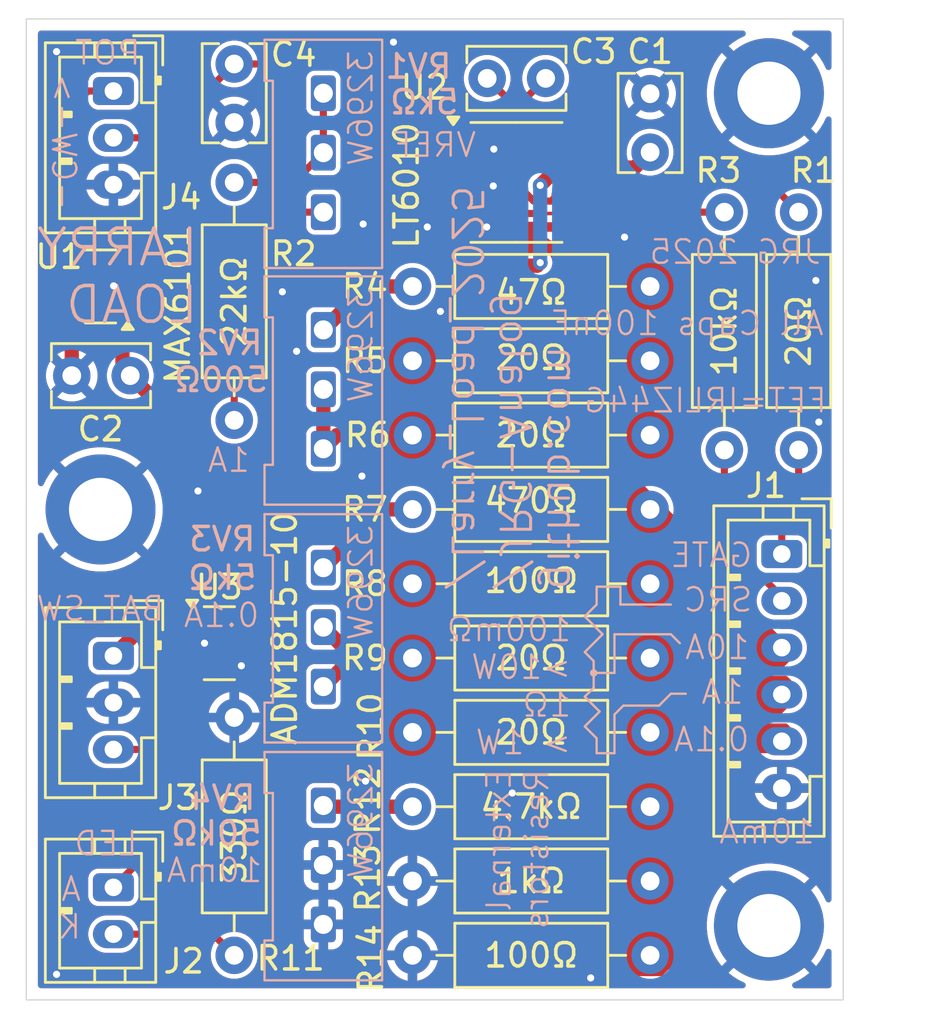
<source format=kicad_pcb>
(kicad_pcb (version 20241229) (generator "pcbnew") (generator_version "9.0")
  (layers (0 "F.Cu" signal) (2 "B.Cu" signal) (13 "F.Paste" user) (15 "B.Paste" user) (5 "F.SilkS" user "F.Silkscreen") (7 "B.SilkS" user "B.Silkscreen") (1 "F.Mask" user) (3 "B.Mask" user) (25 "Edge.Cuts" user))
  (net 0 "")
  (net 1 "GND")
  (net 2 "VCC")
  (net 3 "Net-(R2-Pad2)")
  (net 4 "Net-(U2--)")
  (net 5 "Net-(C3-Pad1)")
  (net 6 "Net-(J1-Pin_1)")
  (net 7 "Net-(J1-Pin_4)")
  (net 8 "Net-(J1-Pin_2)")
  (net 9 "Net-(J1-Pin_3)")
  (net 10 "Net-(J1-Pin_5)")
  (net 11 "Net-(U1-OUT)")
  (net 12 "Net-(R4-Pad2)")
  (net 13 "Net-(R7-Pad2)")
  (net 14 "Net-(R12-Pad2)")
  (net 16 "Net-(J4-Pin_2)")
  (net 17 "Net-(J2-Pin_1)")
  (net 18 "Net-(J2-Pin_2)")
  (net 19 "Net-(J3-Pin_3)")
  (net 20 "Net-(J4-Pin_1)")
  (footprint "Resistor_THT:R_Axial_DIN0207_L6.3mm_D2.5mm_P10.16mm_Horizontal" (layer "F.Cu") (at 90.17 76.835 180)
    (property "Reference" "R8" (at 12.192 0 0) (layer "F.SilkS"))
    (property "Value" "100Ω" (at 5.08 0.127 0) (layer "F.SilkS"))
    (pad "1" thru_hole circle (at 0 0 180) (size 1.6 1.6) (drill 0.8) (layers "*.Cu" "*.Mask") (net 7 "Net-(J1-Pin_4)"))
    (pad "2" thru_hole oval (at 10.16 0 180) (size 1.6 1.6) (drill 0.8) (layers "*.Cu" "*.Mask") (net 10 "Net-(J1-Pin_5)"))
  )
  (footprint "Resistor_THT:R_Axial_DIN0207_L6.3mm_D2.5mm_P10.16mm_Horizontal" (layer "F.Cu") (at 90.17 73.66 180)
    (property "Reference" "R7" (at 12.192 0 0) (layer "F.SilkS"))
    (property "Value" "470Ω" (at 5.08 0.381 0) (layer "F.SilkS"))
    (pad "1" thru_hole circle (at 0 0 180) (size 1.6 1.6) (drill 0.8) (layers "*.Cu" "*.Mask") (net 7 "Net-(J1-Pin_4)"))
    (pad "2" thru_hole oval (at 10.16 0 180) (size 1.6 1.6) (drill 0.8) (layers "*.Cu" "*.Mask") (net 13 "Net-(R7-Pad2)"))
  )
  (footprint "Connector_JST:JST_PH_B3B-PH-K_1x03_P2.00mm_Vertical" (layer "F.Cu") (at 67.225 55.785 -90)
    (property "Reference" "J4" (at 4.54 -2.9 180) (layer "F.SilkS"))
    (property "Value" "Conn_01x03")
    (pad "1" thru_hole roundrect (at 0 0 270) (size 1.2 1.75) (drill 0.75) (layers "*.Cu" "*.Mask") (roundrect_rratio 0.208333) (net 20 "Net-(J4-Pin_1)"))
    (pad "2" thru_hole oval (at 2 0 270) (size 1.2 1.75) (drill 0.75) (layers "*.Cu" "*.Mask") (net 16 "Net-(J4-Pin_2)"))
    (pad "3" thru_hole oval (at 4 0 270) (size 1.2 1.75) (drill 0.75) (layers "*.Cu" "*.Mask") (net 1 "GND"))
  )
  (footprint "Package_SO:SOIC-8_3.9x4.9mm_P1.27mm" (layer "F.Cu") (at 84.455 59.69)
    (property "Reference" "U2" (at -3.937 -4.064 0) (layer "F.SilkS"))
    (property "Value" "LT6010" (at -4.699 0.127 90) (layer "F.SilkS"))
    (pad "1" smd roundrect (at -2.475 -1.905) (size 1.95 0.6) (layers "F.Cu" "F.Mask" "F.Paste"))
    (pad "2" smd roundrect (at -2.475 -0.635) (size 1.95 0.6) (layers "F.Cu" "F.Mask" "F.Paste") (net 4 "Net-(U2--)"))
    (pad "3" smd roundrect (at -2.475 0.635) (size 1.95 0.6) (layers "F.Cu" "F.Mask" "F.Paste") (net 16 "Net-(J4-Pin_2)"))
    (pad "4" smd roundrect (at -2.475 1.905) (size 1.95 0.6) (layers "F.Cu" "F.Mask" "F.Paste") (net 1 "GND"))
    (pad "5" smd roundrect (at 2.475 1.905) (size 1.95 0.6) (layers "F.Cu" "F.Mask" "F.Paste") (net 1 "GND"))
    (pad "6" smd roundrect (at 2.475 0.635) (size 1.95 0.6) (layers "F.Cu" "F.Mask" "F.Paste") (net 5 "Net-(C3-Pad1)"))
    (pad "7" smd roundrect (at 2.475 -0.635) (size 1.95 0.6) (layers "F.Cu" "F.Mask" "F.Paste") (net 2 "VCC"))
    (pad "8" smd roundrect (at 2.475 -1.905) (size 1.95 0.6) (layers "F.Cu" "F.Mask" "F.Paste"))
  )
  (footprint "Resistor_THT:R_Axial_DIN0207_L6.3mm_D2.5mm_P10.16mm_Horizontal" (layer "F.Cu") (at 72.39 92.71 90)
    (property "Reference" "R11" (at -0.127 2.413 180) (layer "F.SilkS"))
    (property "Value" "330Ω" (at 5.08 0 90) (layer "F.SilkS"))
    (pad "1" thru_hole circle (at 0 0 90) (size 1.6 1.6) (drill 0.8) (layers "*.Cu" "*.Mask") (net 18 "Net-(J2-Pin_2)"))
    (pad "2" thru_hole oval (at 10.16 0 90) (size 1.6 1.6) (drill 0.8) (layers "*.Cu" "*.Mask") (net 1 "GND"))
  )
  (footprint "Connector_JST:JST_PH_B3B-PH-K_1x03_P2.00mm_Vertical" (layer "F.Cu") (at 67.225 79.915 -90)
    (property "Reference" "J3" (at 6.064 -2.752 180) (layer "F.SilkS"))
    (property "Value" "Conn_01x03")
    (pad "1" thru_hole roundrect (at 0 0 270) (size 1.2 1.75) (drill 0.75) (layers "*.Cu" "*.Mask") (roundrect_rratio 0.208333) (net 2 "VCC"))
    (pad "2" thru_hole oval (at 2 0 270) (size 1.2 1.75) (drill 0.75) (layers "*.Cu" "*.Mask") (net 1 "GND"))
    (pad "3" thru_hole oval (at 4 0 270) (size 1.2 1.75) (drill 0.75) (layers "*.Cu" "*.Mask") (net 19 "Net-(J3-Pin_3)"))
  )
  (footprint "Package_TO_SOT_SMD:SOT-23" (layer "F.Cu") (at 66.675 64.135 180)
    (property "Reference" "U1" (at 1.778 1.27 0) (layer "F.SilkS"))
    (property "Value" "MAX6101" (at -3.302 -0.762 270) (layer "F.SilkS"))
    (pad "1" smd roundrect (at -0.9375 -0.95 180) (size 1.475 0.6) (layers "F.Cu" "F.Mask" "F.Paste") (net 2 "VCC"))
    (pad "2" smd roundrect (at -0.9375 0.95 180) (size 1.475 0.6) (layers "F.Cu" "F.Mask" "F.Paste") (net 11 "Net-(U1-OUT)"))
    (pad "3" smd roundrect (at 0.9375 0 180) (size 1.475 0.6) (layers "F.Cu" "F.Mask" "F.Paste") (net 1 "GND"))
  )
  (footprint "Resistor_THT:R_Axial_DIN0207_L6.3mm_D2.5mm_P10.16mm_Horizontal" (layer "F.Cu") (at 93.345 60.96 -90)
    (property "Reference" "R3" (at -1.778 0.254 0) (layer "F.SilkS"))
    (property "Value" "10kΩ" (at 5.08 0 90) (layer "F.SilkS"))
    (pad "1" thru_hole circle (at 0 0 270) (size 1.6 1.6) (drill 0.8) (layers "*.Cu" "*.Mask") (net 4 "Net-(U2--)"))
    (pad "2" thru_hole oval (at 10.16 0 270) (size 1.6 1.6) (drill 0.8) (layers "*.Cu" "*.Mask") (net 8 "Net-(J1-Pin_2)"))
  )
  (footprint "Capacitor_THT:C_Rect_L4.0mm_W2.5mm_P2.50mm" (layer "F.Cu") (at 90.17 58.4 90)
    (property "Reference" "C1" (at 4.298 0 180) (layer "F.SilkS"))
    (property "Value" "0.1µF")
    (pad "1" thru_hole circle (at 0 0 90) (size 1.6 1.6) (drill 0.8) (layers "*.Cu" "*.Mask") (net 2 "VCC"))
    (pad "2" thru_hole circle (at 2.5 0 90) (size 1.6 1.6) (drill 0.8) (layers "*.Cu" "*.Mask") (net 1 "GND"))
  )
  (footprint "MountingHole:MountingHole_2.7mm_M2.5_DIN965_Pad" (layer "F.Cu") (at 66.675 73.66)
    (property "Reference" "H1" (hide yes))
    (property "Value" "MountingHole_Pad" (hide yes))
    (pad "1" thru_hole circle (at 0 0) (size 4.7 4.7) (drill 2.7) (layers "*.Cu" "*.Mask") (net 1 "GND"))
  )
  (footprint "Resistor_THT:R_Axial_DIN0207_L6.3mm_D2.5mm_P10.16mm_Horizontal" (layer "F.Cu") (at 90.17 70.485 180)
    (property "Reference" "R6" (at 12.065 0 0) (layer "F.SilkS"))
    (property "Value" "20Ω" (at 5.08 0 0) (layer "F.SilkS"))
    (pad "1" thru_hole circle (at 0 0 180) (size 1.6 1.6) (drill 0.8) (layers "*.Cu" "*.Mask") (net 9 "Net-(J1-Pin_3)"))
    (pad "2" thru_hole oval (at 10.16 0 180) (size 1.6 1.6) (drill 0.8) (layers "*.Cu" "*.Mask") (net 7 "Net-(J1-Pin_4)"))
  )
  (footprint "Connector_JST:JST_PH_B6B-PH-K_1x06_P2.00mm_Vertical" (layer "F.Cu") (at 95.8 75.565 -90)
    (property "Reference" "J1" (at -2.921 0.677 180) (layer "F.SilkS"))
    (property "Value" "Conn_01x06")
    (pad "1" thru_hole roundrect (at 0 0 270) (size 1.2 1.75) (drill 0.75) (layers "*.Cu" "*.Mask") (roundrect_rratio 0.208333) (net 6 "Net-(J1-Pin_1)"))
    (pad "2" thru_hole oval (at 2 0 270) (size 1.2 1.75) (drill 0.75) (layers "*.Cu" "*.Mask") (net 8 "Net-(J1-Pin_2)"))
    (pad "3" thru_hole oval (at 4 0 270) (size 1.2 1.75) (drill 0.75) (layers "*.Cu" "*.Mask") (net 9 "Net-(J1-Pin_3)"))
    (pad "4" thru_hole oval (at 6 0 270) (size 1.2 1.75) (drill 0.75) (layers "*.Cu" "*.Mask") (net 7 "Net-(J1-Pin_4)"))
    (pad "5" thru_hole oval (at 8 0 270) (size 1.2 1.75) (drill 0.75) (layers "*.Cu" "*.Mask") (net 10 "Net-(J1-Pin_5)"))
    (pad "6" thru_hole oval (at 10 0 270) (size 1.2 1.75) (drill 0.75) (layers "*.Cu" "*.Mask") (net 1 "GND"))
  )
  (footprint "MountingHole:MountingHole_2.7mm_M2.5_DIN965_Pad" (layer "F.Cu") (at 95.25 55.88)
    (property "Reference" "H3" (hide yes))
    (property "Value" "MountingHole_Pad")
    (pad "1" thru_hole circle (at 0 0) (size 4.7 4.7) (drill 2.7) (layers "*.Cu" "*.Mask") (net 1 "GND"))
  )
  (footprint "Resistor_THT:R_Axial_DIN0207_L6.3mm_D2.5mm_P10.16mm_Horizontal" (layer "F.Cu") (at 90.17 89.535 180)
    (property "Reference" "R13" (at 12.065 0.127 90) (layer "F.SilkS"))
    (property "Value" "1kΩ" (at 5.08 0 0) (layer "F.SilkS"))
    (pad "1" thru_hole circle (at 0 0 180) (size 1.6 1.6) (drill 0.8) (layers "*.Cu" "*.Mask") (net 10 "Net-(J1-Pin_5)"))
    (pad "2" thru_hole oval (at 10.16 0 180) (size 1.6 1.6) (drill 0.8) (layers "*.Cu" "*.Mask") (net 1 "GND"))
  )
  (footprint "Resistor_THT:R_Axial_DIN0207_L6.3mm_D2.5mm_P10.16mm_Horizontal" (layer "F.Cu") (at 90.17 83.185 180)
    (property "Reference" "R10" (at 11.938 0.254 90) (layer "F.SilkS"))
    (property "Value" "20Ω" (at 5.08 0 0) (layer "F.SilkS"))
    (pad "1" thru_hole circle (at 0 0 180) (size 1.6 1.6) (drill 0.8) (layers "*.Cu" "*.Mask") (net 7 "Net-(J1-Pin_4)"))
    (pad "2" thru_hole oval (at 10.16 0 180) (size 1.6 1.6) (drill 0.8) (layers "*.Cu" "*.Mask") (net 10 "Net-(J1-Pin_5)"))
  )
  (footprint "Resistor_THT:R_Axial_DIN0207_L6.3mm_D2.5mm_P10.16mm_Horizontal" (layer "F.Cu") (at 90.17 64.135 180)
    (property "Reference" "R4" (at 12.192 0 0) (layer "F.SilkS"))
    (property "Value" "47Ω" (at 5.08 -0.254 0) (layer "F.SilkS"))
    (pad "1" thru_hole circle (at 0 0 180) (size 1.6 1.6) (drill 0.8) (layers "*.Cu" "*.Mask") (net 9 "Net-(J1-Pin_3)"))
    (pad "2" thru_hole oval (at 10.16 0 180) (size 1.6 1.6) (drill 0.8) (layers "*.Cu" "*.Mask") (net 12 "Net-(R4-Pad2)"))
  )
  (footprint "Resistor_THT:R_Axial_DIN0207_L6.3mm_D2.5mm_P10.16mm_Horizontal" (layer "F.Cu") (at 90.17 80.01 180)
    (property "Reference" "R9" (at 12.192 0 180) (layer "F.SilkS"))
    (property "Value" "20Ω" (at 5.08 0 0) (layer "F.SilkS"))
    (pad "1" thru_hole circle (at 0 0 180) (size 1.6 1.6) (drill 0.8) (layers "*.Cu" "*.Mask") (net 7 "Net-(J1-Pin_4)"))
    (pad "2" thru_hole oval (at 10.16 0 180) (size 1.6 1.6) (drill 0.8) (layers "*.Cu" "*.Mask") (net 10 "Net-(J1-Pin_5)"))
  )
  (footprint "Resistor_THT:R_Axial_DIN0207_L6.3mm_D2.5mm_P10.16mm_Horizontal" (layer "F.Cu") (at 72.39 69.85 90)
    (property "Reference" "R2" (at 7.112 2.54 180) (layer "F.SilkS"))
    (property "Value" "22kΩ" (at 5.08 0 90) (layer "F.SilkS"))
    (pad "1" thru_hole circle (at 0 0 90) (size 1.6 1.6) (drill 0.8) (layers "*.Cu" "*.Mask") (net 11 "Net-(U1-OUT)"))
    (pad "2" thru_hole oval (at 10.16 0 90) (size 1.6 1.6) (drill 0.8) (layers "*.Cu" "*.Mask") (net 3 "Net-(R2-Pad2)"))
  )
  (footprint "Connector_JST:JST_PH_B2B-PH-K_1x02_P2.00mm_Vertical" (layer "F.Cu") (at 67.225 89.805 -90)
    (property "Reference" "J2" (at 3.159 -3.006 180) (layer "F.SilkS"))
    (property "Value" "Conn_01x02")
    (pad "1" thru_hole roundrect (at 0 0 270) (size 1.2 1.75) (drill 0.75) (layers "*.Cu" "*.Mask") (roundrect_rratio 0.208333) (net 17 "Net-(J2-Pin_1)"))
    (pad "2" thru_hole oval (at 2 0 270) (size 1.2 1.75) (drill 0.75) (layers "*.Cu" "*.Mask") (net 18 "Net-(J2-Pin_2)"))
  )
  (footprint "Resistor_THT:R_Axial_DIN0207_L6.3mm_D2.5mm_P10.16mm_Horizontal" (layer "F.Cu") (at 96.52 60.96 -90)
    (property "Reference" "R1" (at -1.778 -0.635 0) (layer "F.SilkS"))
    (property "Value" "20Ω" (at 5.08 0 90) (layer "F.SilkS"))
    (pad "1" thru_hole circle (at 0 0 270) (size 1.6 1.6) (drill 0.8) (layers "*.Cu" "*.Mask") (net 5 "Net-(C3-Pad1)"))
    (pad "2" thru_hole oval (at 10.16 0 270) (size 1.6 1.6) (drill 0.8) (layers "*.Cu" "*.Mask") (net 6 "Net-(J1-Pin_1)"))
  )
  (footprint "Capacitor_THT:C_Rect_L4.0mm_W2.5mm_P2.50mm" (layer "F.Cu") (at 72.39 54.63 -90)
    (property "Reference" "C4" (at -0.401 -2.54 180) (layer "F.SilkS"))
    (property "Value" "0.1µF")
    (pad "1" thru_hole circle (at 0 0 270) (size 1.6 1.6) (drill 0.8) (layers "*.Cu" "*.Mask") (net 16 "Net-(J4-Pin_2)"))
    (pad "2" thru_hole circle (at 2.5 0 270) (size 1.6 1.6) (drill 0.8) (layers "*.Cu" "*.Mask") (net 1 "GND"))
  )
  (footprint "MountingHole:MountingHole_2.7mm_M2.5_DIN965_Pad" (layer "F.Cu") (at 95.25 91.44)
    (property "Reference" "H2" (hide yes))
    (property "Value" "MountingHole_Pad")
    (pad "1" thru_hole circle (at 0 0) (size 4.7 4.7) (drill 2.7) (layers "*.Cu" "*.Mask") (net 1 "GND"))
  )
  (footprint "Capacitor_THT:C_Rect_L4.0mm_W2.5mm_P2.50mm" (layer "F.Cu") (at 67.945 67.945 180)
    (property "Reference" "C2" (at 1.27 -2.286 0) (layer "F.SilkS"))
    (property "Value" "0.1µF")
    (pad "1" thru_hole circle (at 0 0 180) (size 1.6 1.6) (drill 0.8) (layers "*.Cu" "*.Mask") (net 2 "VCC"))
    (pad "2" thru_hole circle (at 2.5 0 180) (size 1.6 1.6) (drill 0.8) (layers "*.Cu" "*.Mask") (net 1 "GND"))
  )
  (footprint "Capacitor_THT:C_Rect_L4.0mm_W2.5mm_P2.50mm" (layer "F.Cu") (at 85.705 55.245 180)
    (property "Reference" "C3" (at -2.052 1.143 0) (layer "F.SilkS"))
    (property "Value" "0.1µF")
    (pad "1" thru_hole circle (at 0 0 180) (size 1.6 1.6) (drill 0.8) (layers "*.Cu" "*.Mask") (net 5 "Net-(C3-Pad1)"))
    (pad "2" thru_hole circle (at 2.5 0 180) (size 1.6 1.6) (drill 0.8) (layers "*.Cu" "*.Mask") (net 4 "Net-(U2--)"))
  )
  (footprint "Resistor_THT:R_Axial_DIN0207_L6.3mm_D2.5mm_P10.16mm_Horizontal" (layer "F.Cu") (at 90.17 86.36 180)
    (property "Reference" "R12" (at 12.065 0.254 90) (layer "F.SilkS"))
    (property "Value" "4.7kΩ" (at 5.08 0 0) (layer "F.SilkS"))
    (pad "1" thru_hole circle (at 0 0 180) (size 1.6 1.6) (drill 0.8) (layers "*.Cu" "*.Mask") (net 10 "Net-(J1-Pin_5)"))
    (pad "2" thru_hole oval (at 10.16 0 180) (size 1.6 1.6) (drill 0.8) (layers "*.Cu" "*.Mask") (net 14 "Net-(R12-Pad2)"))
  )
  (footprint "Resistor_THT:R_Axial_DIN0207_L6.3mm_D2.5mm_P10.16mm_Horizontal" (layer "F.Cu") (at 90.17 92.71 180)
    (property "Reference" "R14" (at 11.938 -0.127 90) (layer "F.SilkS"))
    (property "Value" "100Ω" (at 5.08 0 0) (layer "F.SilkS"))
    (pad "1" thru_hole circle (at 0 0 180) (size 1.6 1.6) (drill 0.8) (layers "*.Cu" "*.Mask") (net 10 "Net-(J1-Pin_5)"))
    (pad "2" thru_hole oval (at 10.16 0 180) (size 1.6 1.6) (drill 0.8) (layers "*.Cu" "*.Mask") (net 1 "GND"))
  )
  (footprint "Package_TO_SOT_SMD:SOT-23" (layer "F.Cu") (at 71.755 79.375)
    (property "Reference" "U3" (at 0 -2.4 0) (layer "F.SilkS"))
    (property "Value" "ADM1815-10" (at 2.794 -0.635 90) (layer "F.SilkS"))
    (pad "1" smd roundrect (at -0.9375 -0.95) (size 1.475 0.6) (layers "F.Cu" "F.Mask" "F.Paste") (net 19 "Net-(J3-Pin_3)"))
    (pad "2" smd roundrect (at -0.9375 0.95) (size 1.475 0.6) (layers "F.Cu" "F.Mask" "F.Paste") (net 17 "Net-(J2-Pin_1)"))
    (pad "3" smd roundrect (at 0.9375 0) (size 1.475 0.6) (layers "F.Cu" "F.Mask" "F.Paste") (net 1 "GND"))
  )
  (footprint "Resistor_THT:R_Axial_DIN0207_L6.3mm_D2.5mm_P10.16mm_Horizontal" (layer "F.Cu") (at 90.17 67.31 180)
    (property "Reference" "R5" (at 12.192 0 0) (layer "F.SilkS"))
    (property "Value" "20Ω" (at 5.08 0.127 0) (layer "F.SilkS"))
    (pad "1" thru_hole circle (at 0 0 180) (size 1.6 1.6) (drill 0.8) (layers "*.Cu" "*.Mask") (net 9 "Net-(J1-Pin_3)"))
    (pad "2" thru_hole oval (at 10.16 0 180) (size 1.6 1.6) (drill 0.8) (layers "*.Cu" "*.Mask") (net 7 "Net-(J1-Pin_4)"))
  )
  (footprint "AA JG Lib Footprints Library:Potentiometer_Bourns_3296W_Vertical_jg" (layer "B.Cu") (at 76.2 81.2292 -90)
    (property "Reference" "RV3" (at -6.2992 4.318 0) (layer "B.SilkS") (effects (justify mirror)))
    (property "Value" "5kΩ" (at -4.6482 4.318 0) (layer "B.SilkS") (effects (justify mirror)))
    (fp_text user "3296W" (at -6.985 -2.1844 90) (layer "B.SilkS") (effects (font (thickness 0.1)) (justify left bottom mirror)))
    (pad "1" thru_hole roundrect (at 0 0 270) (size 1.524 1.0668) (drill 0.8128) (layers "*.Cu" "*.Mask") (roundrect_rratio 0.1640419948) (net 10 "Net-(J1-Pin_5)"))
    (pad "2" thru_hole roundrect (at -2.54 0 270) (size 1.524 1.0668) (drill 0.8128) (layers "*.Cu" "*.Mask") (roundrect_rratio 0.1640419948) (net 10 "Net-(J1-Pin_5)"))
    (pad "3" thru_hole roundrect (at -5.08 0 270) (size 1.524 1.0668) (drill 0.8128) (layers "*.Cu" "*.Mask") (roundrect_rratio 0.1640419948) (net 13 "Net-(R7-Pad2)"))
  )
  (footprint "AA JG Lib Footprints Library:Potentiometer_Bourns_3296W_Vertical_jg" (layer "B.Cu") (at 76.2 71.0692 -90)
    (property "Reference" "RV2" (at -4.5212 4.0132 0) (layer "B.SilkS") (effects (justify mirror)))
    (property "Value" "500Ω" (at -2.9464 4.3688 0) (layer "B.SilkS") (effects (justify mirror)))
    (fp_text user "3296W" (at -6.985 -2.1844 90) (layer "B.SilkS") (effects (font (thickness 0.1)) (justify left bottom mirror)))
    (pad "1" thru_hole roundrect (at 0 0 270) (size 1.524 1.0668) (drill 0.8128) (layers "*.Cu" "*.Mask") (roundrect_rratio 0.1640419948) (net 7 "Net-(J1-Pin_4)"))
    (pad "2" thru_hole roundrect (at -2.54 0 270) (size 1.524 1.0668) (drill 0.8128) (layers "*.Cu" "*.Mask") (roundrect_rratio 0.1640419948) (net 7 "Net-(J1-Pin_4)"))
    (pad "3" thru_hole roundrect (at -5.08 0 270) (size 1.524 1.0668) (drill 0.8128) (layers "*.Cu" "*.Mask") (roundrect_rratio 0.1640419948) (net 12 "Net-(R4-Pad2)"))
  )
  (footprint "AA JG Lib Footprints Library:Potentiometer_Bourns_3296W_Vertical_jg" (layer "B.Cu") (at 76.2 91.3892 -90)
    (property "Reference" "RV4" (at -5.4102 4.318 0) (layer "B.SilkS") (effects (justify mirror)))
    (property "Value" "50kΩ" (at -3.8862 4.572 0) (layer "B.SilkS") (effects (justify mirror)))
    (fp_text user "3296W" (at -6.985 -2.1844 90) (layer "B.SilkS") (effects (font (thickness 0.1)) (justify left bottom mirror)))
    (pad "1" thru_hole roundrect (at 0 0 270) (size 1.524 1.0668) (drill 0.8128) (layers "*.Cu" "*.Mask") (roundrect_rratio 0.1640419948) (net 1 "GND"))
    (pad "2" thru_hole roundrect (at -2.54 0 270) (size 1.524 1.0668) (drill 0.8128) (layers "*.Cu" "*.Mask") (roundrect_rratio 0.1640419948) (net 1 "GND"))
    (pad "3" thru_hole roundrect (at -5.08 0 270) (size 1.524 1.0668) (drill 0.8128) (layers "*.Cu" "*.Mask") (roundrect_rratio 0.1640419948) (net 14 "Net-(R12-Pad2)"))
  )
  (footprint "AA JG Lib Footprints Library:Potentiometer_Bourns_3296W_Vertical_jg" (layer "B.Cu") (at 76.2 60.96 -90)
    (property "Reference" "RV1" (at -6.223 -4.064 0) (layer "B.SilkS") (effects (justify mirror)))
    (property "Value" "5kΩ" (at -4.699 -4.318 0) (layer "B.SilkS") (effects (justify mirror)))
    (fp_text user "3296W" (at -6.985 -2.1844 90) (layer "B.SilkS") (effects (font (thickness 0.1)) (justify left bottom mirror)))
    (pad "1" thru_hole roundrect (at 0 0 270) (size 1.524 1.0668) (drill 0.8128) (layers "*.Cu" "*.Mask") (roundrect_rratio 0.1640419948) (net 20 "Net-(J4-Pin_1)"))
    (pad "2" thru_hole roundrect (at -2.54 0 270) (size 1.524 1.0668) (drill 0.8128) (layers "*.Cu" "*.Mask") (roundrect_rratio 0.1640419948) (net 3 "Net-(R2-Pad2)"))
    (pad "3" thru_hole roundrect (at -5.08 0 270) (size 1.524 1.0668) (drill 0.8128) (layers "*.Cu" "*.Mask") (roundrect_rratio 0.1640419948) (net 3 "Net-(R2-Pad2)"))
  )
  (gr_line (start 90.551 82.042) (end 91.059 81.534) (stroke (width 0.1)) (layer "B.SilkS"))
  (gr_line (start 91.059 78.994) (end 91.44 79.375) (stroke (width 0.1)) (layer "B.SilkS"))
  (gr_line (start 88.646 78.994) (end 91.059 78.994) (stroke (width 0.1)) (layer "B.SilkS"))
  (gr_line (start 87.884 76.962) (end 87.884 77.724) (stroke (width 0.1)) (layer "B.SilkS"))
  (gr_line (start 87.884 84.074) (end 88.646 84.074) (stroke (width 0.1)) (layer "B.SilkS"))
  (gr_line (start 91.059 77.724) (end 88.9 77.724) (stroke (width 0.1)) (layer "B.SilkS"))
  (gr_line (start 88.138 78.994) (end 87.376 79.756) (stroke (width 0.1)) (layer "B.SilkS"))
  (gr_line (start 88.9 77.724) (end 88.9 76.962) (stroke (width 0.1)) (layer "B.SilkS"))
  (gr_line (start 87.376 81.661) (end 88.011 82.296) (stroke (width 0.1)) (layer "B.SilkS"))
  (gr_line (start 87.757 80.137) (end 87.757 80.645) (stroke (width 0.1)) (layer "B.SilkS"))
  (gr_line (start 87.376 79.756) (end 87.757 80.137) (stroke (width 0.1)) (layer "B.SilkS"))
  (gr_line (start 87.757 80.645) (end 88.646 80.645) (stroke (width 0.1)) (layer "B.SilkS"))
  (gr_line (start 88.9 76.962) (end 87.884 76.962) (stroke (width 0.1)) (layer "B.SilkS"))
  (gr_line (start 91.059 81.534) (end 91.694 81.534) (stroke (width 0.1)) (layer "B.SilkS"))
  (gr_line (start 87.757 81.28) (end 87.376 81.661) (stroke (width 0.1)) (layer "B.SilkS"))
  (gr_line (start 88.646 84.074) (end 88.646 82.423) (stroke (width 0.1)) (layer "B.SilkS"))
  (gr_line (start 89.027 82.042) (end 90.551 82.042) (stroke (width 0.1)) (layer "B.SilkS"))
  (gr_line (start 88.646 80.645) (end 88.646 78.994) (stroke (width 0.1)) (layer "B.SilkS"))
  (gr_line (start 87.757 80.645) (end 87.757 81.28) (stroke (width 0.1)) (layer "B.SilkS"))
  (gr_line (start 87.376 82.931) (end 87.884 83.439) (stroke (width 0.1)) (layer "B.SilkS"))
  (gr_circle (center 87.757 80.645) (end 87.6808 80.7212) (stroke (width 0.1)) (fill yes) (layer "B.SilkS"))
  (gr_line (start 88.011 82.296) (end 87.376 82.931) (stroke (width 0.1)) (layer "B.SilkS"))
  (gr_line (start 87.884 83.439) (end 87.884 84.074) (stroke (width 0.1)) (layer "B.SilkS"))
  (gr_line (start 87.376 78.232) (end 88.138 78.994) (stroke (width 0.1)) (layer "B.SilkS"))
  (gr_line (start 88.646 82.423) (end 89.027 82.042) (stroke (width 0.1)) (layer "B.SilkS"))
  (gr_line (start 87.884 77.724) (end 87.376 78.232) (stroke (width 0.1)) (layer "B.SilkS"))
  (gr_rect (start 63.5 52.705) (end 98.425 94.615) (stroke (width 0.05)) (fill no) (layer "Edge.Cuts"))
  (gr_text "0.1A" (at 73.533 78.7654 0) (layer "B.SilkS") (effects (font (size 1 1) (thickness 0.1)) (justify left bottom mirror)))
  (gr_text "10A" (at 94.488 80.137 0) (layer "B.SilkS") (effects (font (size 1 1) (thickness 0.1)) (justify left bottom mirror)))
  (gr_text "BAT_SW" (at 69.469 78.486 0) (layer "B.SilkS") (effects (font (size 1 1) (thickness 0.1)) (justify left bottom mirror)))
  (gr_text "A\nK" (at 65.913 92.075 0) (layer "B.SilkS") (effects (font (size 1 1) (thickness 0.1)) (justify left bottom mirror)))
  (gr_text "External \nResistors" (at 85.9028 84.6836 90) (layer "B.SilkS") (effects (font (size 1 1) (thickness 0.1)) (justify left bottom mirror)))
  (gr_text "-CW->" (at 64.516 60.96 270) (layer "B.SilkS") (effects (font (size 1 1) (thickness 0.1)) (justify left bottom mirror)))
  (gr_text "VREF" (at 82.804 58.674 0) (layer "B.SilkS") (effects (font (size 1 1) (thickness 0.1)) (justify left bottom mirror)))
  (gr_text "LED" (at 68.326 88.519 0) (layer "B.SilkS") (effects (font (size 1 1) (thickness 0.1)) (justify left bottom mirror)))
  (gr_text "100mΩ \n>10W\n1Ω \n> 1W" (at 86.868 84.201 0) (layer "B.SilkS") (effects (font (size 1 1) (thickness 0.1)) (justify left bottom mirror)))
  (gr_text "FET=IRLIZ44G" (at 97.79 69.596 0) (layer "B.SilkS") (effects (font (size 1 1) (thickness 0.1)) (justify left bottom mirror)))
  (gr_text "1A" (at 73.1266 72.136 0) (layer "B.SilkS") (effects (font (size 1 1) (thickness 0.1)) (justify left bottom mirror)))
  (gr_text "LARRY \nLOAD" (at 70.9422 65.8114 0) (layer "B.SilkS") (effects (font (size 1.524 1.524) (thickness 0.1524)) (justify left bottom mirror)))
  (gr_text "1A" (at 94.234 82.042 0) (layer "B.SilkS") (effects (font (size 1 1) (thickness 0.1)) (justify left bottom mirror)))
  (gr_text "POT" (at 68.453 54.737 0) (layer "B.SilkS") (effects (font (size 1 1) (thickness 0.1)) (justify left bottom mirror)))
  (gr_text "10mA" (at 73.66 89.662 0) (layer "B.SilkS") (effects (font (size 1 1) (thickness 0.1)) (justify left bottom mirror)))
  (gr_text "GATE" (at 94.615 76.2 0) (layer "B.SilkS") (effects (font (size 1 1) (thickness 0.1)) (justify left bottom mirror)))
  (gr_text "All Caps 100nF" (at 97.663 66.294 0) (layer "B.SilkS") (effects (font (size 1 1) (thickness 0.1)) (justify left bottom mirror)))
  (gr_text "0.1A" (at 94.488 84.074 0) (layer "B.SilkS") (effects (font (size 1 1) (thickness 0.1)) (justify left bottom mirror)))
  (gr_text "SRC" (at 94.615 78.105 0) (layer "B.SilkS") (effects (font (size 1 1) (thickness 0.1)) (justify left bottom mirror)))
  (gr_text "github.com\n/JRG-Analog\n/Larry_Load_2025" (at 81.5848 77.1906 270) (layer "B.SilkS") (effects (font (size 1.27 1.27) (thickness 0.127)) (justify left bottom mirror)))
  (gr_text "JRG 2025" (at 97.536 63.246 0) (layer "B.SilkS") (effects (font (size 1 1) (thickness 0.1)) (justify left bottom mirror)))
  (gr_text "10mA" (at 97.282 88.011 0) (layer "B.SilkS") (effects (font (size 1 1) (thickness 0.1)) (justify left bottom mirror)))
  (segment (start 81.98 61.595) (end 83.185 61.595) (width 0.3048) (layer "F.Cu") (net 1))
  (segment (start 86.93 61.595) (end 83.185 61.595) (width 0.3048) (layer "F.Cu") (net 1))
  (segment (start 65.445 64.175) (end 65.445 67.945) (width 0.6096) (layer "F.Cu") (net 1))
  (segment (start 81.98 61.595) (end 80.645 61.595) (width 0.3048) (layer "F.Cu") (net 1))
  (segment (start 65.405 64.135) (end 65.445 64.175) (width 0.6096) (layer "F.Cu") (net 1))
  (segment (start 72.6925 79.375) (end 73.66 79.375) (width 0.3048) (layer "F.Cu") (net 1))
  (segment (start 65.7375 64.135) (end 65.405 64.135) (width 0.6096) (layer "F.Cu") (net 1))
  (via (at 67.2338 64.1096) (size 0.635) (drill 0.3048) (layers "F.Cu" "B.Cu") (net 1))
  (via (at 64.7954 54.102) (size 0.635) (drill 0.3048) (layers "F.Cu" "B.Cu") (net 1))
  (via (at 64.7954 93.5228) (size 0.635) (drill 0.3048) (layers "F.Cu" "B.Cu") (net 1))
  (via (at 77.851 72.2376) (size 0.635) (drill 0.3048) (layers "F.Cu" "B.Cu") (net 1))
  (via (at 83.4644 59.8424) (size 0.635) (drill 0.3048) (layers "F.Cu" "B.Cu") (net 1))
  (via (at 83.185 61.595) (size 0.635) (drill 0.3048) (layers "F.Cu" "B.Cu") (net 1))
  (via (at 81.2038 65.2018) (size 0.635) (drill 0.3048) (layers "F.Cu" "B.Cu") (net 1))
  (via (at 83.4898 58.2676) (size 0.635) (drill 0.3048) (layers "F.Cu" "B.Cu") (net 1))
  (via (at 79.1972 53.6956) (size 0.635) (drill 0.3048) (layers "F.Cu" "B.Cu") (net 1))
  (via (at 84.2772 85.7758) (size 0.635) (drill 0.3048) (layers "F.Cu" "B.Cu") (net 1))
  (via (at 75.057 66.9036) (size 0.635) (drill 0.3048) (layers "F.Cu" "B.Cu") (net 1))
  (via (at 77.9018 61.468) (size 0.635) (drill 0.3048) (layers "F.Cu" "B.Cu") (net 1))
  (via (at 74.4474 64.3636) (size 0.635) (drill 0.3048) (layers "F.Cu" "B.Cu") (net 1))
  (via (at 97.3836 69.9262) (size 0.635) (drill 0.3048) (layers "F.Cu" "B.Cu") (net 1))
  (via (at 70.8406 72.8726) (size 0.635) (drill 0.3048) (layers "F.Cu" "B.Cu") (net 1))
  (via (at 80.645 61.595) (size 0.635) (drill 0.3048) (layers "F.Cu" "B.Cu") (net 1))
  (via (at 89.0778 62.0268) (size 0.635) (drill 0.3048) (layers "F.Cu" "B.Cu") (net 1))
  (via (at 78.0034 85.2678) (size 0.635) (drill 0.3048) (layers "F.Cu" "B.Cu") (net 1))
  (via (at 72.6948 80.3402) (size 0.635) (drill 0.3048) (layers "F.Cu" "B.Cu") (net 1))
  (via (at 71.12 79.375) (size 0.635) (drill 0.3048) (layers "F.Cu" "B.Cu") (net 1))
  (via (at 87.63 93.6752) (size 0.635) (drill 0.3048) (layers "F.Cu" "B.Cu") (net 1))
  (via (at 97.2566 63.881) (size 0.635) (drill 0.3048) (layers "F.Cu" "B.Cu") (net 1))
  (segment (start 85.471 59.817) (end 86.233 59.055) (width 0.6096) (layer "F.Cu") (net 2))
  (segment (start 74.041 66.167) (end 77.724 62.484) (width 0.6096) (layer "F.Cu") (net 2))
  (segment (start 67.225 79.915) (end 68.58 78.56) (width 0.6096) (layer "F.Cu") (net 2))
  (segment (start 69.723 75.692) (end 69.723 71.755) (width 0.6096) (layer "F.Cu") (net 2))
  (segment (start 79.883 62.484) (end 80.899 62.484) (width 0.6096) (layer "F.Cu") (net 2))
  (segment (start 86.233 59.055) (end 86.93 59.055) (width 0.6096) (layer "F.Cu") (net 2))
  (segment (start 85.344 63.246) (end 85.471 63.119) (width 0.6096) (layer "F.Cu") (net 2))
  (segment (start 77.724 62.484) (end 79.883 62.484) (width 0.6096) (layer "F.Cu") (net 2))
  (segment (start 80.899 62.484) (end 81.661 63.246) (width 0.6096) (layer "F.Cu") (net 2))
  (segment (start 89.515 59.055) (end 90.17 58.4) (width 0.6096) (layer "F.Cu") (net 2))
  (segment (start 81.661 63.246) (end 85.344 63.246) (width 0.6096) (layer "F.Cu") (net 2))
  (segment (start 68.58 76.835) (end 69.723 75.692) (width 0.6096) (layer "F.Cu") (net 2))
  (segment (start 67.6125 67.6125) (end 67.945 67.945) (width 0.6096) (layer "F.Cu") (net 2))
  (segment (start 73.025 71.755) (end 74.041 70.739) (width 0.6096) (layer "F.Cu") (net 2))
  (segment (start 69.723 71.755) (end 69.723 69.723) (width 0.6096) (layer "F.Cu") (net 2))
  (segment (start 67.6125 65.085) (end 67.6125 67.6125) (width 0.6096) (layer "F.Cu") (net 2))
  (segment (start 68.58 78.56) (end 68.58 76.835) (width 0.6096) (layer "F.Cu") (net 2))
  (segment (start 69.723 69.723) (end 67.945 67.945) (width 0.6096) (layer "F.Cu") (net 2))
  (segment (start 74.041 70.739) (end 74.041 66.167) (width 0.6096) (layer "F.Cu") (net 2))
  (segment (start 86.93 59.055) (end 89.515 59.055) (width 0.6096) (layer "F.Cu") (net 2))
  (segment (start 69.723 71.755) (end 73.025 71.755) (width 0.6096) (layer "F.Cu") (net 2))
  (via (at 85.471 59.817) (size 0.635) (drill 0.3048) (layers "F.Cu" "B.Cu") (net 2))
  (via (at 85.471 63.119) (size 0.635) (drill 0.3048) (layers "F.Cu" "B.Cu") (net 2))
  (segment (start 85.471 63.119) (end 85.471 59.817) (width 0.6096) (layer "B.Cu") (net 2))
  (segment (start 72.39 59.69) (end 74.93 59.69) (width 0.3048) (layer "F.Cu") (net 3))
  (segment (start 76.2 55.88) (end 76.2 58.42) (width 0.3048) (layer "F.Cu") (net 3))
  (segment (start 74.93 59.69) (end 76.2 58.42) (width 0.3048) (layer "F.Cu") (net 3))
  (segment (start 93.345 60.96) (end 88.265 60.96) (width 0.3048) (layer "F.Cu") (net 4))
  (segment (start 81.98 59.055) (end 84.2032 59.055) (width 0.3048) (layer "F.Cu") (net 4))
  (segment (start 84.836 61.0178) (end 84.2032 60.385) (width 0.3048) (layer "F.Cu") (net 4))
  (segment (start 84.2032 60.385) (end 84.2032 59.055) (width 0.3048) (layer "F.Cu") (net 4))
  (segment (start 84.836 61.0178) (end 85.1478 61.0178) (width 0.3048) (layer "F.Cu") (net 4))
  (segment (start 88.2072 61.0178) (end 85.1478 61.0178) (width 0.1524) (layer "F.Cu") (net 4))
  (segment (start 84.2032 56.2432) (end 83.205 55.245) (width 0.3048) (layer "F.Cu") (net 4))
  (segment (start 83.205 55.245) (end 83.82 55.86) (width 0.3048) (layer "F.Cu") (net 4))
  (segment (start 84.2032 59.055) (end 84.2032 56.2432) (width 0.3048) (layer "F.Cu") (net 4))
  (segment (start 88.265 60.96) (end 88.2072 61.0178) (width 0.1524) (layer "F.Cu") (net 4))
  (segment (start 84.709 60.003796) (end 85.193104 60.4879) (width 0.3048) (layer "F.Cu") (net 5))
  (segment (start 86.93 60.325) (end 92.075 60.325) (width 0.3048) (layer "F.Cu") (net 5))
  (segment (start 84.709 56.241) (end 84.709 60.003796) (width 0.3048) (layer "F.Cu") (net 5))
  (segment (start 92.71 59.69) (end 95.25 59.69) (width 0.3048) (layer "F.Cu") (net 5))
  (segment (start 85.705 55.245) (end 84.709 56.241) (width 0.3048) (layer "F.Cu") (net 5))
  (segment (start 85.193104 60.4879) (end 85.9431 60.4879) (width 0.3048) (layer "F.Cu") (net 5))
  (segment (start 92.075 60.325) (end 92.71 59.69) (width 0.3048) (layer "F.Cu") (net 5))
  (segment (start 85.9431 60.4879) (end 86.106 60.325) (width 0.3048) (layer "F.Cu") (net 5))
  (segment (start 86.106 60.325) (end 86.93 60.325) (width 0.3048) (layer "F.Cu") (net 5))
  (segment (start 95.25 59.69) (end 96.52 60.96) (width 0.3048) (layer "F.Cu") (net 5))
  (segment (start 95.8 74.38) (end 96.52 73.66) (width 0.3048) (layer "F.Cu") (net 6))
  (segment (start 96.52 73.66) (end 96.52 71.12) (width 0.3048) (layer "F.Cu") (net 6))
  (segment (start 95.8 75.565) (end 95.8 74.38) (width 0.3048) (layer "F.Cu") (net 6))
  (segment (start 80.01 67.31) (end 80.01 70.485) (width 0.6096) (layer "F.Cu") (net 7))
  (segment (start 95.8 81.565) (end 94.265 81.565) (width 0.6096) (layer "F.Cu") (net 7))
  (segment (start 76.7842 70.485) (end 76.2 71.0692) (width 0.6096) (layer "F.Cu") (net 7))
  (segment (start 80.01 70.485) (end 76.7842 70.485) (width 0.6096) (layer "F.Cu") (net 7))
  (segment (start 94.265 81.565) (end 92.71 80.01) (width 0.6096) (layer "F.Cu") (net 7))
  (segment (start 90.17 73.66) (end 90.17 83.185) (width 0.6096) (layer "F.Cu") (net 7))
  (segment (start 86.995 73.66) (end 90.17 73.66) (width 0.6096) (layer "F.Cu") (net 7))
  (segment (start 80.01 70.485) (end 83.82 70.485) (width 0.6096) (layer "F.Cu") (net 7))
  (segment (start 83.82 70.485) (end 86.995 73.66) (width 0.6096) (layer "F.Cu") (net 7))
  (segment (start 92.71 80.01) (end 90.17 80.01) (width 0.6096) (layer "F.Cu") (net 7))
  (segment (start 76.2 68.5292) (end 76.2 71.0692) (width 0.6096) (layer "F.Cu") (net 7))
  (segment (start 94.615 73.66) (end 94.5716 73.7034) (width 0.3048) (layer "F.Cu") (net 8))
  (segment (start 94.5716 73.7034) (end 94.5716 76.171864) (width 0.3048) (layer "F.Cu") (net 8))
  (segment (start 95.8 77.400264) (end 95.8 77.565) (width 0.3048) (layer "F.Cu") (net 8))
  (segment (start 94.5716 76.171864) (end 95.8 77.400264) (width 0.3048) (layer "F.Cu") (net 8))
  (segment (start 93.345 72.39) (end 94.615 73.66) (width 0.3048) (layer "F.Cu") (net 8))
  (segment (start 93.345 71.12) (end 93.345 72.39) (width 0.3048) (layer "F.Cu") (net 8))
  (segment (start 93.345 73.66) (end 90.805 71.12) (width 0.6096) (layer "F.Cu") (net 9))
  (segment (start 95.8 79.565) (end 94.805 79.565) (width 0.6096) (layer "F.Cu") (net 9))
  (segment (start 94.805 79.565) (end 93.345 78.105) (width 0.6096) (layer "F.Cu") (net 9))
  (segment (start 90.805 71.12) (end 90.17 70.485) (width 0.6096) (layer "F.Cu") (net 9))
  (segment (start 90.17 70.485) (end 90.17 64.135) (width 0.6096) (layer "F.Cu") (net 9))
  (segment (start 93.345 78.105) (end 93.345 73.66) (width 0.6096) (layer "F.Cu") (net 9))
  (segment (start 90.17 86.36) (end 90.17 89.535) (width 0.6096) (layer "F.Cu") (net 10))
  (segment (start 80.01 83.185) (end 83.82 83.185) (width 0.6096) (layer "F.Cu") (net 10))
  (segment (start 77.4192 80.01) (end 77.5208 80.01) (width 0.6096) (layer "F.Cu") (net 10))
  (segment (start 94.235 83.565) (end 91.44 86.36) (width 0.6096) (layer "F.Cu") (net 10))
  (segment (start 95.8 83.565) (end 94.235 83.565) (width 0.6096) (layer "F.Cu") (net 10))
  (segment (start 80.01 80.01) (end 80.01 83.185) (width 0.6096) (layer "F.Cu") (net 10))
  (segment (start 80.01 80.01) (end 77.5208 80.01) (width 0.6096) (layer "F.Cu") (net 10))
  (segment (start 80.01 76.835) (end 80.01 80.01) (width 0.6096) (layer "F.Cu") (net 10))
  (segment (start 83.82 83.185) (end 86.995 86.36) (width 0.6096) (layer "F.Cu") (net 10))
  (segment (start 86.995 86.36) (end 90.17 86.36) (width 0.6096) (layer "F.Cu") (net 10))
  (segment (start 90.17 92.71) (end 90.17 89.535) (width 0.6096) (layer "F.Cu") (net 10))
  (segment (start 91.44 86.36) (end 90.17 86.36) (width 0.6096) (layer "F.Cu") (net 10))
  (segment (start 77.5208 80.01) (end 76.2 78.6892) (width 0.6096) (layer "F.Cu") (net 10))
  (segment (start 76.2 81.2292) (end 77.4192 80.01) (width 0.6096) (layer "F.Cu") (net 10))
  (segment (start 72.39 66.675) (end 72.39 69.85) (width 0.3048) (layer "F.Cu") (net 11))
  (segment (start 68.9 63.185) (end 72.39 66.675) (width 0.3048) (layer "F.Cu") (net 11))
  (segment (start 67.6125 63.185) (end 68.9 63.185) (width 0.3048) (layer "F.Cu") (net 11))
  (segment (start 80.01 64.135) (end 78.0542 64.135) (width 0.6096) (layer "F.Cu") (net 12))
  (segment (start 78.0542 64.135) (end 76.2 65.9892) (width 0.6096) (layer "F.Cu") (net 12))
  (segment (start 78.6892 73.66) (end 76.2 76.1492) (width 0.6096) (layer "F.Cu") (net 13))
  (segment (start 80.01 73.66) (end 78.6892 73.66) (width 0.6096) (layer "F.Cu") (net 13))
  (segment (start 80.01 86.36) (end 76.2508 86.36) (width 0.6096) (layer "F.Cu") (net 14))
  (segment (start 76.2508 86.36) (end 76.2 86.3092) (width 0.6096) (layer "F.Cu") (net 14))
  (segment (start 80.137 57.531) (end 80.137 59.817) (width 0.3048) (layer "F.Cu") (net 16))
  (segment (start 69.235 57.785) (end 72.39 54.63) (width 0.3048) (layer "F.Cu") (net 16))
  (segment (start 77.236 54.63) (end 80.137 57.531) (width 0.3048) (layer "F.Cu") (net 16))
  (segment (start 72.39 54.63) (end 77.236 54.63) (width 0.3048) (layer "F.Cu") (net 16))
  (segment (start 80.645 60.325) (end 81.98 60.325) (width 0.3048) (layer "F.Cu") (net 16))
  (segment (start 80.137 59.817) (end 80.645 60.325) (width 0.3048) (layer "F.Cu") (net 16))
  (segment (start 67.225 57.785) (end 69.235 57.785) (width 0.3048) (layer "F.Cu") (net 16))
  (segment (start 70.8175 80.325) (end 70.8175 86.2125) (width 0.3048) (layer "F.Cu") (net 17))
  (segment (start 70.8175 86.2125) (end 67.225 89.805) (width 0.3048) (layer "F.Cu") (net 17))
  (segment (start 71.485 91.805) (end 72.39 92.71) (width 0.3048) (layer "F.Cu") (net 18))
  (segment (start 67.225 91.805) (end 71.485 91.805) (width 0.3048) (layer "F.Cu") (net 18))
  (segment (start 68.485 83.915) (end 67.225 83.915) (width 0.3048) (layer "F.Cu") (net 19))
  (segment (start 70.313928 79.375) (end 69.215 80.473928) (width 0.3048) (layer "F.Cu") (net 19))
  (segment (start 69.215 80.473928) (end 69.215 83.185) (width 0.3048) (layer "F.Cu") (net 19))
  (segment (start 70.8175 78.425) (end 70.313928 78.928572) (width 0.3048) (layer "F.Cu") (net 19))
  (segment (start 69.215 83.185) (end 68.485 83.915) (width 0.3048) (layer "F.Cu") (net 19))
  (segment (start 70.313928 78.928572) (end 70.313928 79.375) (width 0.3048) (layer "F.Cu") (net 19))
  (segment (start 69.723 58.7384) (end 66.3584 58.7384) (width 0.3048) (layer "F.Cu") (net 20))
  (segment (start 66.135 55.785) (end 67.225 55.785) (width 0.3048) (layer "F.Cu") (net 20))
  (segment (start 76.2 60.96) (end 71.9446 60.96) (width 0.3048) (layer "F.Cu") (net 20))
  (segment (start 65.405 57.785) (end 65.405 56.515) (width 0.3048) (layer "F.Cu") (net 20))
  (segment (start 65.405 56.515) (end 66.135 55.785) (width 0.3048) (layer "F.Cu") (net 20))
  (segment (start 71.9446 60.96) (end 69.723 58.7384) (width 0.3048) (layer "F.Cu") (net 20))
  (segment (start 66.3584 58.7384) (end 65.405 57.785) (width 0.3048) (layer "F.Cu") (net 20))
  (zone (net 9) (net_name "Net-(J1-Pin_3)") (layer "F.Cu") (priority 1) (connect_pads yes (clearance 0.1778)) (min_thickness 0.1524) (fill yes (thermal_gap 0.5) (thermal_bridge_width 0.5))
    (polygon (pts (xy 95.885 80.391) (xy 94.615 80.391) (xy 92.329 78.105) (xy 92.329 74.295) (xy 88.646 70.612) (xy 85.979 70.612) (xy 85.979 63.881) (xy 86.741 63.119) (xy 90.805 63.119) (xy 91.694 64.008) (xy 91.694 70.612) (xy 94.869 73.787) (xy 94.869 78.232) (xy 95.758 79.121) (xy 95.885 79.121) (xy 96.139 79.375) (xy 96.139 80.137)))
  )
  (zone (net 7) (net_name "Net-(J1-Pin_4)") (layer "F.Cu") (priority 2) (connect_pads yes (clearance 0.1778)) (min_thickness 0.1778) (fill yes (thermal_gap 0.5) (thermal_bridge_width 0.5))
    (polygon (pts (xy 94.488 80.772) (xy 91.948 78.232) (xy 91.948 74.676) (xy 88.265 70.993) (xy 85.725 70.993) (xy 85.725 66.04) (xy 82.827091 66.04) (xy 79.502 66.04) (xy 78.74 66.802) (xy 78.74 71.501) (xy 79.756 72.517) (xy 80.518 72.517) (xy 83.185 75.184) (xy 86.36 75.184) (xy 86.741 75.565) (xy 86.741 81.788) (xy 89.662 84.709) (xy 91.313 84.709) (xy 91.948 84.074) (xy 91.948 82.931) (xy 92.456 82.423) (xy 95.758 82.423) (xy 96.012 82.169) (xy 96.012 81.788) (xy 96.266 81.534) (xy 96.266 81.026) (xy 96.012 80.772)))
  )
  (zone (net 10) (net_name "Net-(J1-Pin_5)") (layer "F.Cu") (priority 1) (connect_pads yes (clearance 0.1778)) (min_thickness 0.1524) (fill yes (thermal_gap 0.5) (thermal_bridge_width 0.5))
    (polygon (pts (xy 92.583 82.804) (xy 92.329 83.058) (xy 92.329 84.201) (xy 91.44 85.09) (xy 89.408 85.09) (xy 86.233 81.915) (xy 86.233 76.073) (xy 85.852 75.692) (xy 79.248 75.692) (xy 77.216 77.724) (xy 77.216 83.312) (xy 78.867 84.963) (xy 84.328 84.963) (xy 84.582 84.963) (xy 86.868 87.249) (xy 86.868 91.313) (xy 89.154 93.599) (xy 90.678 93.599) (xy 91.44 92.837) (xy 91.44 87.376) (xy 94.742 84.074) (xy 96.139 84.074) (xy 96.266 83.947) (xy 96.266 83.058) (xy 96.012 82.804)))
  )
  (zone (net 1) (net_name "GND") (layers "F.Cu" "B.Cu") (connect_pads (clearance 0.1778)) (min_thickness 0.254) (fill yes (thermal_gap 0.3048) (thermal_bridge_width 0.4064))
    (polygon (pts (xy 63.5 52.705) (xy 63.5 94.615) (xy 98.425 94.615) (xy 98.425 52.705)))
  )
)
</source>
